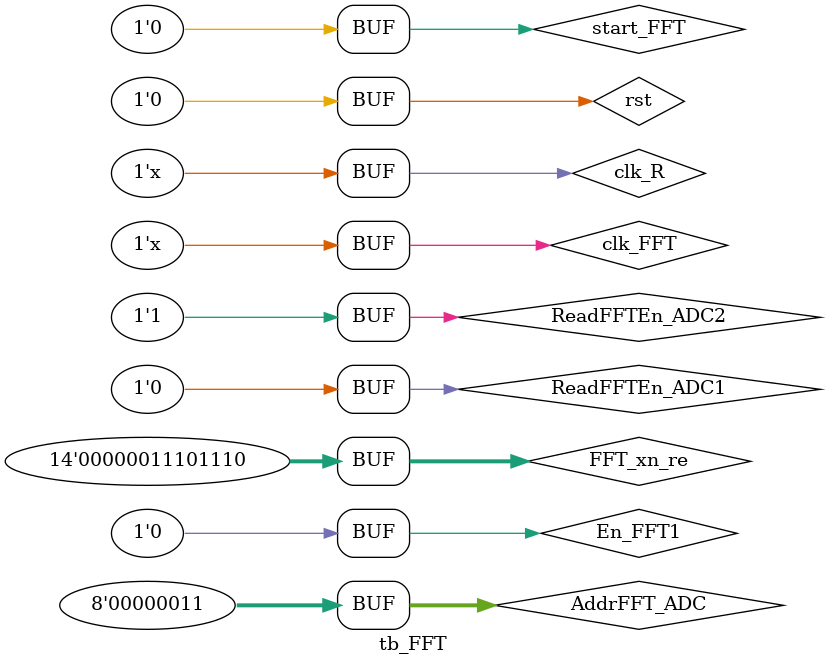
<source format=v>
`timescale 1ns / 1ps


module tb_FFT;

	// Inputs
	reg clk_R;
	reg clk_FFT;
	reg rst;
	reg start_FFT;
	reg En_FFT1;
	reg [13:0] FFT_xn_re;
	reg [7:0] AddrFFT_ADC;
	reg ReadFFTEn_ADC1;
	reg ReadFFTEn_ADC2;

	// Outputs
	wire dv_FFT;
	wire [27:0] Data_send_FFT1;
	wire [27:0] Data_send_FFT2;

	// Instantiate the Unit Under Test (UUT)
	my_FFT uut (
		.clk_R(clk_R), 
		.clk_FFT(clk_FFT), 
		.rst(rst), 
		.start_FFT(start_FFT), 
		.En_FFT1(En_FFT1), 
		.FFT_xn_re(FFT_xn_re), 
		.AddrFFT_ADC(AddrFFT_ADC), 
		.dv_FFT(dv_FFT), 
		.ReadFFTEn_ADC1(ReadFFTEn_ADC1), 
		.Data_send_FFT1(Data_send_FFT1), 
		.ReadFFTEn_ADC2(ReadFFTEn_ADC2), 
		.Data_send_FFT2(Data_send_FFT2)
	);

	initial begin
		// Initialize Inputs
		clk_R = 0;
		clk_FFT = 0;
		rst = 1;
		start_FFT = 0;
		En_FFT1 = 0;
		FFT_xn_re = 0;
		AddrFFT_ADC = 0;
		ReadFFTEn_ADC1 = 0;
		ReadFFTEn_ADC2 = 0;

		// Wait 100 ns for global reset to finish
		#100;
        
		// Add stimulus here
		FFT_xn_re=14'd238;
      rst=0;
		start_FFT=1;
		AddrFFT_ADC=7'd3;
		ReadFFTEn_ADC1 = 0;
		ReadFFTEn_ADC2 =1;
		#5000
		start_FFT=0;
		#1000
		start_FFT=1;
		#10
		start_FFT=0;
    
	end

always #10  clk_FFT=~clk_FFT;
always #1000 clk_R=~clk_R;  
  
endmodule


</source>
